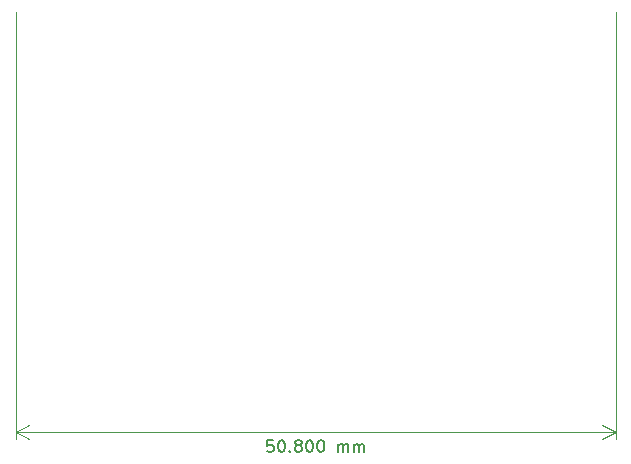
<source format=gbo>
G04 #@! TF.GenerationSoftware,KiCad,Pcbnew,5.1.5-52549c5~84~ubuntu18.04.1*
G04 #@! TF.CreationDate,2019-11-27T13:31:26-05:00*
G04 #@! TF.ProjectId,miniPCB,6d696e69-5043-4422-9e6b-696361645f70,rev?*
G04 #@! TF.SameCoordinates,Original*
G04 #@! TF.FileFunction,Legend,Bot*
G04 #@! TF.FilePolarity,Positive*
%FSLAX46Y46*%
G04 Gerber Fmt 4.6, Leading zero omitted, Abs format (unit mm)*
G04 Created by KiCad (PCBNEW 5.1.5-52549c5~84~ubuntu18.04.1) date 2019-11-27 13:31:26*
%MOMM*%
%LPD*%
G04 APERTURE LIST*
%ADD10C,0.150000*%
%ADD11C,0.120000*%
G04 APERTURE END LIST*
D10*
X125920952Y-192492380D02*
X125444761Y-192492380D01*
X125397142Y-192968571D01*
X125444761Y-192920952D01*
X125540000Y-192873333D01*
X125778095Y-192873333D01*
X125873333Y-192920952D01*
X125920952Y-192968571D01*
X125968571Y-193063809D01*
X125968571Y-193301904D01*
X125920952Y-193397142D01*
X125873333Y-193444761D01*
X125778095Y-193492380D01*
X125540000Y-193492380D01*
X125444761Y-193444761D01*
X125397142Y-193397142D01*
X126587619Y-192492380D02*
X126682857Y-192492380D01*
X126778095Y-192540000D01*
X126825714Y-192587619D01*
X126873333Y-192682857D01*
X126920952Y-192873333D01*
X126920952Y-193111428D01*
X126873333Y-193301904D01*
X126825714Y-193397142D01*
X126778095Y-193444761D01*
X126682857Y-193492380D01*
X126587619Y-193492380D01*
X126492380Y-193444761D01*
X126444761Y-193397142D01*
X126397142Y-193301904D01*
X126349523Y-193111428D01*
X126349523Y-192873333D01*
X126397142Y-192682857D01*
X126444761Y-192587619D01*
X126492380Y-192540000D01*
X126587619Y-192492380D01*
X127349523Y-193397142D02*
X127397142Y-193444761D01*
X127349523Y-193492380D01*
X127301904Y-193444761D01*
X127349523Y-193397142D01*
X127349523Y-193492380D01*
X127968571Y-192920952D02*
X127873333Y-192873333D01*
X127825714Y-192825714D01*
X127778095Y-192730476D01*
X127778095Y-192682857D01*
X127825714Y-192587619D01*
X127873333Y-192540000D01*
X127968571Y-192492380D01*
X128159047Y-192492380D01*
X128254285Y-192540000D01*
X128301904Y-192587619D01*
X128349523Y-192682857D01*
X128349523Y-192730476D01*
X128301904Y-192825714D01*
X128254285Y-192873333D01*
X128159047Y-192920952D01*
X127968571Y-192920952D01*
X127873333Y-192968571D01*
X127825714Y-193016190D01*
X127778095Y-193111428D01*
X127778095Y-193301904D01*
X127825714Y-193397142D01*
X127873333Y-193444761D01*
X127968571Y-193492380D01*
X128159047Y-193492380D01*
X128254285Y-193444761D01*
X128301904Y-193397142D01*
X128349523Y-193301904D01*
X128349523Y-193111428D01*
X128301904Y-193016190D01*
X128254285Y-192968571D01*
X128159047Y-192920952D01*
X128968571Y-192492380D02*
X129063809Y-192492380D01*
X129159047Y-192540000D01*
X129206666Y-192587619D01*
X129254285Y-192682857D01*
X129301904Y-192873333D01*
X129301904Y-193111428D01*
X129254285Y-193301904D01*
X129206666Y-193397142D01*
X129159047Y-193444761D01*
X129063809Y-193492380D01*
X128968571Y-193492380D01*
X128873333Y-193444761D01*
X128825714Y-193397142D01*
X128778095Y-193301904D01*
X128730476Y-193111428D01*
X128730476Y-192873333D01*
X128778095Y-192682857D01*
X128825714Y-192587619D01*
X128873333Y-192540000D01*
X128968571Y-192492380D01*
X129920952Y-192492380D02*
X130016190Y-192492380D01*
X130111428Y-192540000D01*
X130159047Y-192587619D01*
X130206666Y-192682857D01*
X130254285Y-192873333D01*
X130254285Y-193111428D01*
X130206666Y-193301904D01*
X130159047Y-193397142D01*
X130111428Y-193444761D01*
X130016190Y-193492380D01*
X129920952Y-193492380D01*
X129825714Y-193444761D01*
X129778095Y-193397142D01*
X129730476Y-193301904D01*
X129682857Y-193111428D01*
X129682857Y-192873333D01*
X129730476Y-192682857D01*
X129778095Y-192587619D01*
X129825714Y-192540000D01*
X129920952Y-192492380D01*
X131444761Y-193492380D02*
X131444761Y-192825714D01*
X131444761Y-192920952D02*
X131492380Y-192873333D01*
X131587619Y-192825714D01*
X131730476Y-192825714D01*
X131825714Y-192873333D01*
X131873333Y-192968571D01*
X131873333Y-193492380D01*
X131873333Y-192968571D02*
X131920952Y-192873333D01*
X132016190Y-192825714D01*
X132159047Y-192825714D01*
X132254285Y-192873333D01*
X132301904Y-192968571D01*
X132301904Y-193492380D01*
X132778095Y-193492380D02*
X132778095Y-192825714D01*
X132778095Y-192920952D02*
X132825714Y-192873333D01*
X132920952Y-192825714D01*
X133063809Y-192825714D01*
X133159047Y-192873333D01*
X133206666Y-192968571D01*
X133206666Y-193492380D01*
X133206666Y-192968571D02*
X133254285Y-192873333D01*
X133349523Y-192825714D01*
X133492380Y-192825714D01*
X133587619Y-192873333D01*
X133635238Y-192968571D01*
X133635238Y-193492380D01*
D11*
X104140000Y-191770000D02*
X154940000Y-191770000D01*
X104140000Y-156210000D02*
X104140000Y-192356421D01*
X154940000Y-156210000D02*
X154940000Y-192356421D01*
X154940000Y-191770000D02*
X153813496Y-192356421D01*
X154940000Y-191770000D02*
X153813496Y-191183579D01*
X104140000Y-191770000D02*
X105266504Y-192356421D01*
X104140000Y-191770000D02*
X105266504Y-191183579D01*
M02*

</source>
